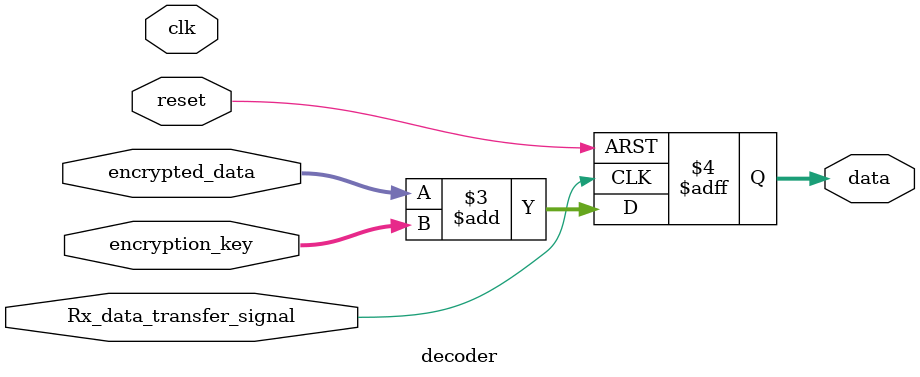
<source format=v>
`timescale 1ns/1ps
module baud_controller(clk, reset, baud_select, baud_clk);
  input clk, reset;
  input [2:0] baud_select;
  output reg baud_clk;

  //one extra state for reset
  reg [12:0] cur_state;
  reg [12:0] next_state;
  
  reg [12:0] limit;
  
  
  //baud rate error at the report 
  always @ (baud_select)
  	begin
      case (baud_select)
        0 : limit <= 5208; //limit
        1 : limit <= 1302;
        2 : limit <= 326;
        3 : limit <= 163;
        4 : limit <= 81;
        5 : limit <= 41;
        6 : limit <= 27;
        7 : limit <= 2;
      endcase
    end
   
  always @ (posedge clk or negedge reset)
    begin
      if (!reset)
        cur_state <= 0;
      else 
        cur_state <= next_state;
    end
  
  always @ (cur_state)
    begin
      if (cur_state == limit)
        next_state <= 1;
      else	
        next_state <= cur_state + 1;
    end
  
  always @ (cur_state)
    begin
      case (cur_state)
        limit : baud_clk <= 1;
        default : baud_clk <= 0;
      endcase
    end
endmodule


module transmitter_clock(clk, reset, baud_clk, transmit_clk, sampling_count);
  	input wire clk, reset, baud_clk;
  	output reg transmit_clk;
 	output reg [5:0] sampling_count;
  
  	//one extra state for reset
  	reg [5:0] cur_state;
  	reg [5:0] next_state;
  
  	parameter limit = 32;
  	
  
  always @ (posedge baud_clk or negedge reset)
    begin
      if (!reset)
        cur_state <= 0;
      else
        cur_state <= next_state;
    end
  
  always @ (cur_state)
    begin
      if (cur_state == limit)
        next_state <= 1;
      else	
        next_state <= cur_state + 1;
    end
  
  always @ (cur_state)
    begin
      case (cur_state)
        limit : transmit_clk <= 1;
        default : transmit_clk <= 0;
      endcase
      sampling_count <= cur_state ;
    end
endmodule

//creates the clock for transmitter/receiver
module sampling_timing (clk, reset, baud_select, sample_clk, sampling_counter);
  	input wire clk;
  	input wire reset;
  	input wire [2:0] baud_select;
  	output wire sample_clk;
	output wire [5:0] sampling_counter;
  
   wire baud_clk;
  
  	baud_controller baud_module(.reset(reset), .clk(clk), .baud_select(baud_select),.baud_clk(baud_clk));
  	transmitter_clock transmitter_clock_module(.reset(reset), .clk(clk), .baud_clk(baud_clk), .transmit_clk(sample_clk), .sampling_count(sampling_counter)); 
  
endmodule


module uart_receiver(reset, clk, Rx_DATA, baud_select, RX_EN, RxD, Rx_FERROR, Rx_PERROR, Rx_VALID, encryption_key); 
  input wire clk, reset;
  input wire [2:0] baud_select;
  input wire RX_EN;
  input wire RxD;
  output wire [7:0] Rx_DATA; //reg without decoder
  output reg Rx_FERROR;
  output reg Rx_PERROR;
  output reg Rx_VALID;
  input wire [7:0] encryption_key;
  
  
  function parity;
    input [7:0] data;
   	reg [3:0] temp;
    
  	begin
    	temp[0] = data[0]^data[1];
    	temp[1] = data[2]^data[3];
    	temp[2] = data[4]^data[5];
    	temp[3] = data[6]^data[7];
    	parity  = temp[0]^temp[1]^temp[2]^temp[3];
  	end
  endfunction

  wire sample_clk;
  reg baud_reset;
  reg [10:0] data;
  wire [5:0] sampling_counter;
  wire [7:0] decrypted;
  
  
  
  sampling_timing sample(.clk(clk), .reset(baud_reset), .baud_select(baud_select), .sample_clk(sample_clk), .sampling_counter(sampling_counter));
  
  
  reg [3:0] cur_state;
  reg [3:0] next_state;
  reg first_sample;
  
  parameter state_wait = 0;
  parameter state_last = 11;
  
  reg Rx_data_transfer_signal;
  reg data_transfer_signal;
  reg frame_error_signal;
  reg frame_error_signal_reset;    
  reg first_sample_signal;
  
  
  decoder decoder_module(clk, reset, Rx_data_transfer_signal, Rx_DATA, data[8:1], encryption_key);
  //this is used to change the states during the receiver's operation
  reg [3:0] cur_state_clk;
  always @ (posedge sample_clk or negedge reset)
    begin
      if (!reset)
          cur_state_clk <= state_wait;
      else
        begin
          if (cur_state != 0)
          	cur_state_clk <= next_state;
          else 
            cur_state_clk <= cur_state;
        end
    end
  
  
  //this is used to change to the receiver's working state
  reg [3:0] cur_state_RxD;
  //this reg implements a pulse to reset the receiver 
  reg reset_cur_state_RxD;
  always @ (posedge !reset or negedge RxD or posedge reset_cur_state_RxD)
    begin
      if (!reset)
        cur_state_RxD <= state_wait;
      else if (reset_cur_state_RxD)
			if(cur_state_RxD != 0)
				cur_state_RxD <= 0;
			else
				cur_state_RxD <= next_state;
      else
        cur_state_RxD <= next_state;
    end
  
  //change the receiver's state
  always @ (cur_state_RxD or cur_state_clk)
    begin
      if (cur_state == 0)
        cur_state <= cur_state_RxD;
      else 
        cur_state <= cur_state_clk;
    end
  
  //next state logic
  always @ (cur_state)
    begin
      if (cur_state == state_last)
        next_state <= 0;
      else  
      	next_state <= cur_state + 1;
    end
  
  //save the first sample of a bit
  always @ (posedge first_sample_signal or negedge reset)
    begin
      if (!reset)
        first_sample <= 0;
      else
        first_sample <= RxD;
    end
  
  
  //save the framing error of the receiver
  //the frame error reset signal is used to reset the framing error when a new sequence of bits arrives
  
  reg temp_Rx_FERROR;
  always @ (posedge frame_error_signal or negedge reset or posedge frame_error_signal_reset)
    begin
      if (!reset)
        temp_Rx_FERROR <= 0;
      else if (frame_error_signal_reset)
        temp_Rx_FERROR <= 0;
      else
        temp_Rx_FERROR <= ((!first_sample & RxD)|(first_sample & !RxD))|temp_Rx_FERROR;
    end
        
   
  
  //save the data 
  always @ (posedge data_transfer_signal or negedge reset)
    begin
      if (!reset)
        data <= 0;
      else 
        data[cur_state - 1] <= RxD;
    end
  
  /*
  //write data to Rx_DATA once the transfer is complete
  always @ (posedge Rx_data_transfer_signal or negedge reset)
    begin
      if (!reset)
        Rx_DATA <= 0;
      else 
        Rx_DATA <= data[8:1];
    end
  */
  

  
  always @ (cur_state or sampling_counter)
    begin
      if (!reset)
        begin
          reset_cur_state_RxD <= 0;
          Rx_data_transfer_signal <= 0;
          data_transfer_signal <= 0;
          baud_reset <= 0;
          Rx_VALID <= 0;
          Rx_FERROR <= 0;
          Rx_PERROR <= 0;
          first_sample_signal <= 0;
          frame_error_signal <= 0;
          frame_error_signal_reset <= 0;
        end
      else
        begin
          case(cur_state)
            0: //this is the output logic
              begin
                frame_error_signal <= 0;
                reset_cur_state_RxD <= 1;
                Rx_data_transfer_signal <= 0;
                data_transfer_signal <= 0;
                frame_error_signal_reset <= 0;
                first_sample_signal <= 0;
              	baud_reset <= 0;
                if (temp_Rx_FERROR == 0 && data[10] == 1 && data[0] == 0)
                  Rx_FERROR <= 0;
                else
                  Rx_FERROR <= 1;
                if (data[9] == parity(data[8:1]))
                  Rx_PERROR <= 0;
                else
                  Rx_PERROR <= 1;
                if (data[9] == parity(data[8:1]) && temp_Rx_FERROR == 0 && data[10] == 1 && data[0] == 0)
                  Rx_VALID <= 1;
                else
                  Rx_VALID <= 0;
              end
            default:
              begin
                frame_error_signal_reset <= 0;
                reset_cur_state_RxD <= 0;
                Rx_PERROR <= 0;
                Rx_FERROR <= 0;
                Rx_VALID <= 0;
                baud_reset <= 1;
					 
					 case (sampling_counter)
                  0: begin
                    if (cur_state == 1)
                      frame_error_signal_reset <= 1; //here change
                    else 
                      frame_error_signal_reset <= 0; //here change
                  end
                  default: frame_error_signal_reset <= 0; //here change
                endcase
                
                case (sampling_counter)
                  31: Rx_data_transfer_signal <= 1;
                  default : Rx_data_transfer_signal <= 0;
                endcase
                
                case (sampling_counter)
                  1: data_transfer_signal <= 1;
                  default: data_transfer_signal <=0;
                endcase
                
                case (sampling_counter)
                  1: frame_error_signal <= 0;
                  3: frame_error_signal <= 1;
                  5: frame_error_signal <= 1;
                  7: frame_error_signal <= 1;
                  9: frame_error_signal <= 1;
                  11: frame_error_signal <= 1;
                  13: frame_error_signal <= 1;
                  15: frame_error_signal <= 1;
                  17: frame_error_signal <= 1;
                  19: frame_error_signal <= 1;
                  21: frame_error_signal <= 1;
                  23: frame_error_signal <= 1;
                  25: frame_error_signal <= 1;
                  27: frame_error_signal <= 1;
                  29: frame_error_signal <= 1;
                  31: frame_error_signal <= 1;
                  default: frame_error_signal <= 0;
                endcase
                
                case (sampling_counter)
                  1: first_sample_signal <= 1;
                  default: first_sample_signal <=0;
                endcase
                
              end
          endcase
        end
    end   
endmodule

module uart_transmitter(reset, clk, baud_select, Tx_DATA, Tx_WR, TX_EN, TxD, Tx_BUSY, encryption_key);
  input wire clk, reset;
  input wire [7:0] Tx_DATA;
  input wire [2:0] baud_select;
  input wire TX_EN;   //not used
  input wire Tx_WR;
  output reg TxD;
  output reg Tx_BUSY;
  input wire [7:0] encryption_key;
  
  
  wire sample_clk;
  wire [5:0] sampling_counter;
  wire [7:0] encrypted_data;
  
  function parity;
    input [7:0] data;
   	reg [3:0] temp;
    
  	begin
    	temp[0] = data[0]^data[1];
    	temp[1] = data[2]^data[3];
    	temp[2] = data[4]^data[5];
    	temp[3] = data[6]^data[7];
    	parity  = temp[0]^temp[1]^temp[2]^temp[3];
  	end
  endfunction
  
  wire [7:0] data;       //stored data
  encoder encoder_module(clk, Tx_WR, cur_state, Tx_DATA, data, encryption_key);
 
  reg baud_reset;
  sampling_timing sample(.clk(clk), .reset(baud_reset), .baud_select(baud_select), .sample_clk(sample_clk), .sampling_counter(sampling_counter));
  
  
  reg [3:0] cur_state;  //current state of the counter
  reg [3:0] next_state; //next state of the counter
  

  parameter state_wait = 0;
  parameter state_last = 11;
  
  
  
  reg [3:0] cur_state_Tx_WR;
  reg [3:0] cur_state_transmit;
  
  always @ (posedge clk or negedge reset)
    begin
      if (!reset)
        cur_state_Tx_WR <= state_wait;
      else if (Tx_WR)
        begin 
		  if (cur_state_Tx_WR == 0)
          cur_state_Tx_WR <= next_state;
      	else
          cur_state_Tx_WR <= cur_state;
		  end
      else
        cur_state_Tx_WR <= cur_state;
    end
  
  always @ (posedge sample_clk or negedge reset)
    begin
      if (!reset)
        cur_state_transmit <= 0;
      else
        cur_state_transmit <= next_state;
    end
  
  always @ (cur_state)	
    begin: NEXT_STATE_LOGIC
      if (cur_state == state_last)
        next_state <= 0;
      else
        next_state <= cur_state + 1;
    end
	
  
  always @ (cur_state_transmit or cur_state_Tx_WR)
    begin
      if (cur_state == 0)
        cur_state <= cur_state_Tx_WR;
      else
        cur_state <= cur_state_transmit;
    end
    
  
  /*
  always @ (posedge clk)
    begin
      //the cur_state == 0 might cause problems
      if (Tx_WR && cur_state == 0)
        data <= Tx_DATA;
      else 
        data <= data;
    end
  */
   always @ (cur_state)
    begin: OUTPUT_LOGIC
      case (cur_state)
        state_wait  : 
          begin 
            baud_reset <= 0;
            //data <= Tx_DATA;
            TxD <= 1; 
            Tx_BUSY <= 0;   
          end 
        1  : 
          begin 
            baud_reset <= 1;
            //data <= data;
            TxD <= 0;
            Tx_BUSY <= 1;
          end //start bit
        11 : 
          begin
            baud_reset <= 1;
            Tx_BUSY <= 1;
            TxD <= 1; //stop bit
          end
  		default : 
          begin
            baud_reset <= 1;
            if (cur_state == 10)
              TxD <= parity(data[7:0]);
            
            else
              TxD <= data[cur_state - 2];
            Tx_BUSY <= 1;
          end
      endcase
    end
endmodule




		
module channel_uart_receiver(clk, reset, baud_select, RX_EN, RxD, data, encryption_key);
  input wire clk, reset;
  input wire [2:0] baud_select;
  input wire RX_EN;
  input wire RxD;
  output reg [15:0] data;
  input wire [7:0] encryption_key;
  wire [7:0] Rx_DATA;
  wire Rx_FERROR;
  wire Rx_PERROR;
  wire Rx_VALID;
  
  uart_receiver receiver(.clk(clk),.reset(reset), .Rx_DATA(Rx_DATA), .baud_select(baud_select), .RX_EN(RX_EN), .RxD(RxD), .Rx_VALID(Rx_VALID), .Rx_FERROR(Rx_FERROR), .Rx_PERROR(Rx_PERROR), .encryption_key(encryption_key));
  
  
  
  //reg [15:0] incomplete_data;
  //wire [6:0] display;
  //wire an3, an2, an1, an0;
  
  //anode anode_module(.display(display),.char0(data[15:12]),.char1(data[11:8]),.char2(data[7:4]),.char3(data[3:0]),.an3(an3),.an2(an2),.an1(an1),.an0(an0),.clk(clk),.reset(reset));
  
  
  reg [1:0] cur_state;
  reg [1:0] next_state;
  reg transfer_complete;
  
  parameter limit = 2;
  
  
  always @ (negedge reset or posedge (Rx_VALID || Rx_PERROR || Rx_FERROR))
    begin
      if (!reset)
        cur_state <= 0;
      else
        cur_state <= next_state;
    end
  
  always @ (cur_state)
    begin
      if (cur_state == limit)
        next_state <= 1;
      else
      	next_state <= cur_state + 1;
    end
  
  //reg error_first_data;
  //reg error_second_data;
  reg first_data;
  reg second_data;
  reg error;
  reg [7:0] first_8_bit;
  reg [7:0] second_8_bit;
  //reg word_error;
  always @ (cur_state)
    begin
      case(cur_state)
        0:
          begin
            //error_first_data <= 0;
            //error_second_data <= 0;
            first_data <= 0;
  			second_data <= 0; 
            error <= 1;
          end
        1: 
          begin
            if (Rx_VALID)
              error <= 0;
              //error_first_data <= 0;
            else
              error <= 1;
              //error_first_data <= 1;
            //error_second_data <= 0;
            first_data <= 1;
  			second_data <= 0; 
            //error <= 0;
          end
        2: 
          begin
            if (Rx_VALID)
              begin
                if (error == 0)
                  error <= 0;
                else 
                  error <= 1;
              //error_second_data <= 0;
              end
            else
              error <= 1;
              //error_second_data <= 1;
            //error_first_data <= 0;
            first_data <= 0;
  			second_data <= 1;
            //error <= 0;
          end
        default :
          begin
            //error_first_data <= 0;
            //error_second_data <= 0;
            first_data <= 0;
  			second_data <= 0; 
            error <= 0;
          end
      endcase          
    end
  
  always @ (negedge reset or posedge first_data or posedge second_data)
    begin
      if (!reset)
        begin
          //incomplete_data <= 0;
      	  transfer_complete <= 0;
          first_8_bit <= 0;
          second_8_bit <= 0;
          //word_error <= 0;
        end
      else if (first_data)
        begin
          first_8_bit <= Rx_DATA;
          second_8_bit <= Rx_DATA;
          //incomplete_data[7:0] <= Rx_DATA;
          transfer_complete <= 0;
        end
      else
        begin
          second_8_bit <= Rx_DATA;
          first_8_bit <= first_8_bit;
          //incomplete_data[15:8] <= Rx_DATA;
          transfer_complete <= 1;
        end
    end
            
      

  
  
  
  always @ (posedge transfer_complete or negedge reset)
    begin
      if (!reset)
        data <= 65535;   
      else if (transfer_complete) 
        begin
          if (error == 0)
            begin
              data[7:0] <= second_8_bit;
              data[15:8] <= first_8_bit;
            end
          else
            data <= 65535;
        end
      else
        data <= data; 
    end
      

    
endmodule

module channel_uart_transmitter(clk, reset, data, transfer_data, baud_select, TxD, encryption_key);
  input wire [15:0] data;
  input wire clk, reset;
  input wire [2:0] baud_select;
  input wire transfer_data;
  output wire TxD;
  input wire [7:0] encryption_key;
  
  reg TX_EN;
  reg Tx_WR;
  wire Tx_BUSY;
  reg [15:0] stored_data;
  reg [7:0] Tx_DATA;
  
 uart_transmitter transmitter(.reset(reset),.clk(clk),.baud_select(baud_select),.Tx_DATA(Tx_DATA),.Tx_WR(Tx_WR),.TX_EN(TX_EN),.TxD(TxD),.Tx_BUSY(Tx_BUSY),.encryption_key(encryption_key));

  reg [1:0] cur_state;
  reg [1:0] next_state;

 parameter sWait = 0,
  first_word = 1,
  second_word = 2,
  limit = 2;
	
  reg [1:0] cur_state_data_transfer;
  always @ (posedge clk or negedge reset)
    begin
      if (!reset)
        cur_state_data_transfer <= sWait;
      else if (transfer_data)
        begin
          if (cur_state_data_transfer == 0)
            cur_state_data_transfer <= next_state;
          else
            cur_state_data_transfer <= cur_state;
        end
      else
        cur_state_data_transfer <= cur_state;
    end
  
  reg [1:0] cur_state_transmit;
  always @ (negedge Tx_BUSY or negedge reset)
    begin
      if (!reset)
        cur_state_transmit <= 0;
      else
        cur_state_transmit <= next_state;
    end
  
  always @ (cur_state_transmit or cur_state_data_transfer)
    begin
      if (cur_state == 0)
        cur_state <= cur_state_data_transfer;
      else
        cur_state <= cur_state_transmit;
    end
  
 always @ (cur_state)
   begin: NEXT_STATE_LOGIC
     if (cur_state == limit)
       next_state <= 0;
     else
       next_state <= cur_state + 1;
   end
  
  
  always @ (posedge clk)
    begin
      if (transfer_data && cur_state == 0)
        stored_data <= data;
      else 
        stored_data <= stored_data;
    end
  
  
 always @ (cur_state)
	begin: OUTPUT_LOGIC
      case(cur_state)
        sWait: 
          begin
            Tx_WR = 0;
            Tx_DATA <= 0;
          end
        first_word: 
          begin
            Tx_WR = 1;
            Tx_DATA <= stored_data[15:8];
          end
        second_word: 
          begin
            Tx_WR = 1;
            Tx_DATA <= stored_data[7:0];
          end
        default: 
          begin
            Tx_WR = 0;
            Tx_DATA <= 0;
          end
      endcase
    end
endmodule 


module LEDdecoder(char, LED);
  input [3:0] char;
  output reg [6:0] LED;
  
  always @ (char)
    begin
      case (char)
        //a-b-c-d-e-f-g
          0 : LED = 7'b0000001;  //0
          1 : LED = 7'b1001111;  //1
          2 : LED = 7'b0010010;  //2
          3 : LED = 7'b0000110;  //3

          4 : LED = 7'b1001100;  //4
          5 : LED = 7'b0100100;  //5
          6 : LED = 7'b0100000;  //6
          7 : LED = 7'b0001111;  //7

          8 : LED = 7'b0000000;  //8
          9 : LED = 7'b0001100;  //9 equals 12
          10: LED = 7'b1111110;  //paula
          11: LED = 7'b0111000;  //F  

          12: LED = 7'b1111111;  //keno
          default : LED = 7'b0111000;  //F  
      endcase
    end
endmodule


module led_timer(clk, reset, anode_clk);
  input wire reset, clk;
  output reg anode_clk;
  
  reg [3:0] cur_state;
  reg [3:0] next_state;
  
  always @ (posedge clk or negedge reset) 
    begin: COUNTER
      if(!reset)
      	cur_state <= 0;
      else
        cur_state <= next_state;
    end
  
  always @ (cur_state)
    begin
      next_state <= cur_state + 1;
    end
  
  always @ (cur_state)
    begin
      if (cur_state == 15)
        anode_clk <= 1;
      else
        anode_clk <= 0;
    end
  
endmodule


module anode (clk, reset, display, an3, an2, an1, an0, char3, char2, char1, char0);
  input wire clk, reset;
  input wire [3:0] char0;
  input wire [3:0] char1;
  input wire [3:0] char2;
  input wire [3:0] char3;
  output reg an3, an2, an1, an0;
  output wire [6:0] display;
 
  
  wire anode_clk;
  reg [3:0] decoder_data;
  
  led_timer led_timer_module(.anode_clk(anode_clk),.clk(clk),.reset(reset));
  LEDdecoder decoder_module(decoder_data, display);
  
  reg [3:0] cur_state;      //current state of the counter
  reg [3:0] next_state; 	//next state of the counter
  
  always @ (posedge anode_clk or negedge reset)
    begin
      if (!reset)
        cur_state <= 15;
      else
        cur_state <= next_state;
    end
  
  always @ (cur_state)
    begin: NEXT_STATE_LOGIC
      next_state <= cur_state - 1;
    end

  always @ (cur_state)
    begin: OUTPUT_LOGIC
      case (cur_state)
        15  : 
          begin
          	decoder_data <= char3;
            an3 <= 1;
          	an2 <= 1;
            an1 <= 1;
            an0 <= 1;
          end
        14  : 
          begin
          	decoder_data <= char3;
            an3 <= 0;
          	an2 <= 1;
            an1 <= 1;
            an0 <= 1;
          end
        13  : 
          begin
          	decoder_data <= char3;
            an3 <= 1;
          	an2 <= 1;
            an1 <= 1;
            an0 <= 1;
          end
        12  : 
          begin
          	decoder_data <= char3;
            an3 <= 1;
          	an2 <= 1;
            an1 <= 1;
            an0 <= 1;
          end
        11  : 
          begin
          	decoder_data <= char2;
            an3 <= 1;
          	an2 <= 1;
            an1 <= 1;
            an0 <= 1;
          end
        10  : 
          begin
          	decoder_data <= char2;
            an3 <= 1;
          	an2 <= 0;
            an1 <= 1;
            an0 <= 1;
          end
        9  : 
          begin
          	decoder_data <= char2;
            an3 <= 1;
          	an2 <= 1;
            an1 <= 1;
            an0 <= 1;
          end
        8  : 
          begin
          	decoder_data <= char2;
            an3 <= 1;
          	an2 <= 1;
            an1 <= 1;
            an0 <= 1;
          end
        7   : 
          begin
          	decoder_data <= char1;
            an3 <= 1;
          	an2 <= 1;
            an1 <= 1;
            an0 <= 1;
          end
        6   : 
          begin
          	decoder_data <= char1;
            an3 <= 1;
          	an2 <= 1;
            an1 <= 0;
            an0 <= 1;
          end
        5  : 
          begin
          	decoder_data <= char1;
            an3 <= 1;
          	an2 <= 1;
            an1 <= 1;
            an0 <= 1;
          end
        4  : 
          begin
          	decoder_data <= char1;
            an3 <= 1;
          	an2 <= 1;
            an1 <= 1;
            an0 <= 1;
          end
        3   : 
          begin
          	decoder_data <= char0;
            an3 <= 1;
          	an2 <= 1;
            an1 <= 1;
            an0 <= 1;
          end
        2  : 
          begin
          	decoder_data <= char0;
            an3 <= 1;
          	an2 <= 1;
            an1 <= 1;
            an0 <= 0;
          end
        1  : 
          begin
          	decoder_data <= char0;
            an3 <= 1;
          	an2 <= 1;
            an1 <= 1;
            an0 <= 1;
          end
        0  : 
          begin
          	decoder_data <= char0;
            an3 <= 1;
          	an2 <= 1;
            an1 <= 1;
            an0 <= 1;
          end
        
      endcase
    end

endmodule 


module data_to_display(clk, reset, RxD, baud_select, display, an3, an2, an1, an0,encryption_key);
  input wire clk, reset, RxD;
  input [2:0] baud_select;
  output wire [6:0] display;
  output wire an3, an2, an1, an0;
  input wire [7:0] encryption_key;
  
  reg RX_EN;
  wire [15:0] data;
  
  channel_uart_receiver channel_uart_receiver_module(.clk(clk),.reset(reset), .baud_select(baud_select), .RX_EN(RX_EN), .RxD(RxD), .data(data), .encryption_key(encryption_key));
  anode anode_module(.display(display),.char3(data[15:12]),.char2(data[11:8]),.char1(data[7:4]),.char0(data[3:0]),.an3(an3),.an2(an2),.an1(an1),.an0(an0),.clk(clk),.reset(reset));
  
      
endmodule


module encoder(clk, Tx_WR, cur_state, data, encrypted_data, encryption_key);
  input wire clk, Tx_WR;
  input wire [7:0] data;
  input wire [3:0] cur_state;
  input wire [7:0] encryption_key;
  output reg [7:0] encrypted_data;
  reg [8:0] temp_data;
  
  always @ (posedge clk)
    begin
      //the cur_state == 0 might cause problems
      if (Tx_WR && cur_state == 0)
        begin
          temp_data[8] <= 1;
          temp_data[7:0] <= data;
          encrypted_data <= data - encryption_key;
        end
      else 
        encrypted_data <= encrypted_data;
    end
endmodule


module decoder(clk, reset, Rx_data_transfer_signal, data, encrypted_data, encryption_key);
  input wire clk, reset, Rx_data_transfer_signal;
  input wire [7:0] encrypted_data;
  input wire [7:0] encryption_key;
  output reg [7:0] data;
  
  always @ (posedge Rx_data_transfer_signal or negedge reset)
    begin
      if (!reset)
        data <= 0;
      else 
        data <= encrypted_data + encryption_key;
    end
endmodule
</source>
